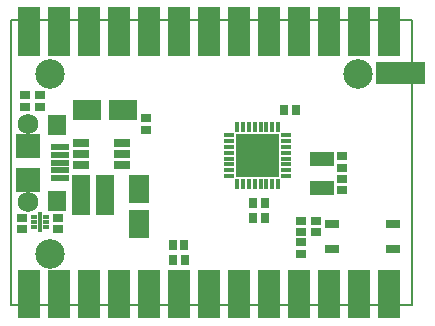
<source format=gts>
G04 #@! TF.FileFunction,Soldermask,Top*
%FSLAX46Y46*%
G04 Gerber Fmt 4.6, Leading zero omitted, Abs format (unit mm)*
G04 Created by KiCad (PCBNEW (2015-08-16 BZR 6097, Git b384c94)-product) date 18/01/2016 12:48:03*
%MOMM*%
G01*
G04 APERTURE LIST*
%ADD10C,0.100000*%
%ADD11C,0.150000*%
%ADD12R,1.202400X0.802400*%
%ADD13R,2.052400X1.252400*%
%ADD14R,1.402400X0.752400*%
%ADD15R,2.352040X1.752600*%
%ADD16R,1.752600X2.352040*%
%ADD17R,1.502400X0.552400*%
%ADD18C,1.752400*%
%ADD19R,1.552400X1.752400*%
%ADD20R,2.052400X2.052400*%
%ADD21R,2.184400X1.879600*%
%ADD22C,2.500000*%
%ADD23R,0.852400X0.402400*%
%ADD24R,0.402400X0.852400*%
%ADD25R,1.877400X1.877400*%
%ADD26R,0.502400X0.332400*%
%ADD27R,0.452400X1.652400*%
%ADD28R,1.879600X2.184400*%
%ADD29R,0.852400X0.752400*%
%ADD30R,0.752400X0.852400*%
G04 APERTURE END LIST*
D10*
D11*
X153416000Y-98425000D02*
X153416000Y-74295000D01*
X187325000Y-98425000D02*
X153416000Y-98425000D01*
X187325000Y-74295000D02*
X187325000Y-98425000D01*
X153416000Y-74295000D02*
X187325000Y-74295000D01*
D12*
X180534000Y-93658000D03*
X185734000Y-93658000D03*
X185734000Y-91508000D03*
X180534000Y-91508000D03*
D13*
X179705000Y-88499000D03*
X179705000Y-85999000D03*
D14*
X162786000Y-84648000D03*
X162786000Y-85598000D03*
X162786000Y-86548000D03*
X159286000Y-86548000D03*
X159286000Y-85598000D03*
X159286000Y-84648000D03*
D15*
X162854640Y-81915000D03*
X159852360Y-81915000D03*
D16*
X164211000Y-91544140D03*
X164211000Y-88541860D03*
D17*
X157538800Y-85060000D03*
X157538800Y-85710000D03*
X157538800Y-86360000D03*
X157538800Y-87010000D03*
X157538800Y-87660000D03*
D18*
X154863800Y-83060000D03*
X154863800Y-89660000D03*
D19*
X157313800Y-89560000D03*
X157313800Y-83160000D03*
D20*
X154863800Y-87810000D03*
X154863800Y-84910000D03*
D21*
X185420000Y-78740000D03*
X187325000Y-78740000D03*
D22*
X182753000Y-78867000D03*
D23*
X176670500Y-87501500D03*
X176670500Y-87001500D03*
X176670500Y-86501500D03*
X176670500Y-86001500D03*
X176670500Y-85501500D03*
X176670500Y-85001500D03*
X176670500Y-84501500D03*
X176670500Y-84001500D03*
D24*
X176020500Y-83351500D03*
X175520500Y-83351500D03*
X175020500Y-83351500D03*
X174520500Y-83351500D03*
X174020500Y-83351500D03*
X173520500Y-83351500D03*
X173020500Y-83351500D03*
X172520500Y-83351500D03*
D23*
X171870500Y-84001500D03*
X171870500Y-84501500D03*
X171870500Y-85001500D03*
X171870500Y-85501500D03*
X171870500Y-86001500D03*
X171870500Y-86501500D03*
X171870500Y-87001500D03*
X171870500Y-87501500D03*
D24*
X172520500Y-88151500D03*
X173020500Y-88151500D03*
X173520500Y-88151500D03*
X174020500Y-88151500D03*
X174520500Y-88151500D03*
X175020500Y-88151500D03*
X175520500Y-88151500D03*
X176020500Y-88151500D03*
D25*
X173408000Y-84889000D03*
X173408000Y-86614000D03*
X175133000Y-84889000D03*
X175133000Y-86614000D03*
D26*
X156354000Y-91776500D03*
X156354000Y-91376500D03*
X156354000Y-90976500D03*
X155304000Y-90976500D03*
X155304000Y-91376500D03*
X155304000Y-91776500D03*
D27*
X155829000Y-91376500D03*
D22*
X156718000Y-94107000D03*
X156718000Y-78867000D03*
D28*
X185420000Y-98425000D03*
X182880000Y-98425000D03*
X180340000Y-98425000D03*
X177800000Y-98425000D03*
X175260000Y-98425000D03*
X172720000Y-98425000D03*
X170180000Y-98425000D03*
X167640000Y-98425000D03*
X165100000Y-98425000D03*
X162560000Y-98425000D03*
X160020000Y-98425000D03*
X157480000Y-98425000D03*
X154940000Y-98425000D03*
X154940000Y-96520000D03*
X157480000Y-96520000D03*
X160020000Y-96520000D03*
X162560000Y-96520000D03*
X165100000Y-96520000D03*
X167640000Y-96520000D03*
X170180000Y-96520000D03*
X172720000Y-96520000D03*
X175260000Y-96520000D03*
X177800000Y-96520000D03*
X180340000Y-96520000D03*
X182880000Y-96520000D03*
X185420000Y-96520000D03*
X154940000Y-74295000D03*
X157480000Y-74295000D03*
X160020000Y-74295000D03*
X162560000Y-74295000D03*
X165100000Y-74295000D03*
X167640000Y-74295000D03*
X170180000Y-74295000D03*
X172720000Y-74295000D03*
X175260000Y-74295000D03*
X177800000Y-74295000D03*
X180340000Y-74295000D03*
X182880000Y-74295000D03*
X185420000Y-74295000D03*
X185420000Y-76200000D03*
X182880000Y-76200000D03*
X180340000Y-76200000D03*
X177800000Y-76200000D03*
X175260000Y-76200000D03*
X172720000Y-76200000D03*
X170180000Y-76200000D03*
X167640000Y-76200000D03*
X165100000Y-76200000D03*
X162560000Y-76200000D03*
X160020000Y-76200000D03*
X157480000Y-76200000D03*
X154940000Y-76200000D03*
D29*
X179197000Y-92257500D03*
X179197000Y-91257500D03*
X177927000Y-93099000D03*
X177927000Y-94099000D03*
D30*
X168076500Y-93345000D03*
X167076500Y-93345000D03*
D29*
X154559000Y-80653000D03*
X154559000Y-81653000D03*
X154305000Y-91003500D03*
X154305000Y-92003500D03*
X157353000Y-91003500D03*
X157353000Y-92003500D03*
X177927000Y-92257500D03*
X177927000Y-91257500D03*
D30*
X174871000Y-91059000D03*
X173871000Y-91059000D03*
X177538000Y-81915000D03*
X176538000Y-81915000D03*
D29*
X181419500Y-85796500D03*
X181419500Y-86796500D03*
X181419500Y-88701500D03*
X181419500Y-87701500D03*
X155829000Y-80653000D03*
X155829000Y-81653000D03*
D30*
X174871000Y-89789000D03*
X173871000Y-89789000D03*
X167084500Y-94589600D03*
X168084500Y-94589600D03*
D10*
G36*
X158561300Y-90766700D02*
X158561300Y-87414300D01*
X160113700Y-87414300D01*
X160113700Y-90766700D01*
X158561300Y-90766700D01*
X158561300Y-90766700D01*
G37*
G36*
X160561300Y-90766700D02*
X160561300Y-87414300D01*
X162113700Y-87414300D01*
X162113700Y-90766700D01*
X160561300Y-90766700D01*
X160561300Y-90766700D01*
G37*
D29*
X164782500Y-83558000D03*
X164782500Y-82558000D03*
M02*

</source>
